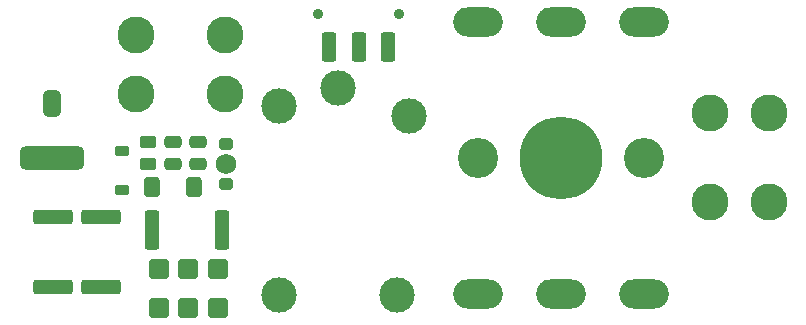
<source format=gbr>
%TF.GenerationSoftware,KiCad,Pcbnew,9.0.5*%
%TF.CreationDate,2025-11-29T21:51:22-08:00*%
%TF.ProjectId,TinyGawant,54696e79-4761-4776-916e-742e6b696361,rev?*%
%TF.SameCoordinates,Original*%
%TF.FileFunction,Soldermask,Top*%
%TF.FilePolarity,Negative*%
%FSLAX46Y46*%
G04 Gerber Fmt 4.6, Leading zero omitted, Abs format (unit mm)*
G04 Created by KiCad (PCBNEW 9.0.5) date 2025-11-29 21:51:22*
%MOMM*%
%LPD*%
G01*
G04 APERTURE LIST*
G04 Aperture macros list*
%AMRoundRect*
0 Rectangle with rounded corners*
0 $1 Rounding radius*
0 $2 $3 $4 $5 $6 $7 $8 $9 X,Y pos of 4 corners*
0 Add a 4 corners polygon primitive as box body*
4,1,4,$2,$3,$4,$5,$6,$7,$8,$9,$2,$3,0*
0 Add four circle primitives for the rounded corners*
1,1,$1+$1,$2,$3*
1,1,$1+$1,$4,$5*
1,1,$1+$1,$6,$7*
1,1,$1+$1,$8,$9*
0 Add four rect primitives between the rounded corners*
20,1,$1+$1,$2,$3,$4,$5,0*
20,1,$1+$1,$4,$5,$6,$7,0*
20,1,$1+$1,$6,$7,$8,$9,0*
20,1,$1+$1,$8,$9,$2,$3,0*%
%AMFreePoly0*
4,1,23,0.500000,-0.750000,0.000000,-0.750000,0.000000,-0.745722,-0.065263,-0.745722,-0.191342,-0.711940,-0.304381,-0.646677,-0.396677,-0.554381,-0.461940,-0.441342,-0.495722,-0.315263,-0.495722,-0.250000,-0.500000,-0.250000,-0.500000,0.250000,-0.495722,0.250000,-0.495722,0.315263,-0.461940,0.441342,-0.396677,0.554381,-0.304381,0.646677,-0.191342,0.711940,-0.065263,0.745722,0.000000,0.745722,
0.000000,0.750000,0.500000,0.750000,0.500000,-0.750000,0.500000,-0.750000,$1*%
%AMFreePoly1*
4,1,23,0.000000,0.745722,0.065263,0.745722,0.191342,0.711940,0.304381,0.646677,0.396677,0.554381,0.461940,0.441342,0.495722,0.315263,0.495722,0.250000,0.500000,0.250000,0.500000,-0.250000,0.495722,-0.250000,0.495722,-0.315263,0.461940,-0.441342,0.396677,-0.554381,0.304381,-0.646677,0.191342,-0.711940,0.065263,-0.745722,0.000000,-0.745722,0.000000,-0.750000,-0.500000,-0.750000,
-0.500000,0.750000,0.000000,0.750000,0.000000,0.745722,0.000000,0.745722,$1*%
G04 Aperture macros list end*
%ADD10C,3.129000*%
%ADD11RoundRect,0.250000X-1.425000X0.362500X-1.425000X-0.362500X1.425000X-0.362500X1.425000X0.362500X0*%
%ADD12RoundRect,0.500000X-2.250000X-0.500000X2.250000X-0.500000X2.250000X0.500000X-2.250000X0.500000X0*%
%ADD13RoundRect,0.250000X0.475000X-0.250000X0.475000X0.250000X-0.475000X0.250000X-0.475000X-0.250000X0*%
%ADD14C,3.000000*%
%ADD15C,0.900000*%
%ADD16RoundRect,0.250000X0.375000X1.000000X-0.375000X1.000000X-0.375000X-1.000000X0.375000X-1.000000X0*%
%ADD17C,3.400000*%
%ADD18C,7.000000*%
%ADD19O,4.200000X2.500000*%
%ADD20RoundRect,0.102000X-0.704000X-0.704000X0.704000X-0.704000X0.704000X0.704000X-0.704000X0.704000X0*%
%ADD21RoundRect,0.250000X-0.450000X0.262500X-0.450000X-0.262500X0.450000X-0.262500X0.450000X0.262500X0*%
%ADD22C,1.750000*%
%ADD23RoundRect,0.250000X-0.350000X0.250000X-0.350000X-0.250000X0.350000X-0.250000X0.350000X0.250000X0*%
%ADD24RoundRect,0.250000X0.362500X1.425000X-0.362500X1.425000X-0.362500X-1.425000X0.362500X-1.425000X0*%
%ADD25RoundRect,0.250000X1.425000X-0.362500X1.425000X0.362500X-1.425000X0.362500X-1.425000X-0.362500X0*%
%ADD26RoundRect,0.225000X-0.375000X0.225000X-0.375000X-0.225000X0.375000X-0.225000X0.375000X0.225000X0*%
%ADD27RoundRect,0.250000X-0.400000X-0.600000X0.400000X-0.600000X0.400000X0.600000X-0.400000X0.600000X0*%
%ADD28FreePoly0,270.000000*%
%ADD29FreePoly1,270.000000*%
G04 APERTURE END LIST*
%TO.C,JP1*%
G36*
X114161000Y-119738000D02*
G01*
X112661000Y-119738000D01*
X112661000Y-120038000D01*
X114161000Y-120038000D01*
X114161000Y-119738000D01*
G37*
%TD*%
D10*
%TO.C,J3*%
X128083000Y-119086000D03*
X120583000Y-119086000D03*
X128083000Y-114086000D03*
X120583000Y-114086000D03*
%TD*%
D11*
%TO.C,R1*%
X117602000Y-129498500D03*
X117602000Y-135423500D03*
%TD*%
D12*
%TO.C,J1*%
X113411000Y-124460000D03*
%TD*%
D13*
%TO.C,C3*%
X125840000Y-125010000D03*
X125840000Y-123110000D03*
%TD*%
D14*
%TO.C,T1*%
X132640000Y-136085000D03*
X142640000Y-136085000D03*
X137640000Y-118585000D03*
X143690000Y-120885000D03*
X132640000Y-120085000D03*
%TD*%
D15*
%TO.C,SW2*%
X142790000Y-112310000D03*
X135990000Y-112310000D03*
D16*
X141890000Y-115060000D03*
X139390000Y-115060000D03*
X136890000Y-115060000D03*
%TD*%
D17*
%TO.C,C1*%
X163540000Y-124460000D03*
D18*
X156540000Y-124460000D03*
D17*
X149540000Y-124460000D03*
D19*
X163540000Y-135960000D03*
X156540000Y-135960000D03*
X149540000Y-135960000D03*
X163540000Y-112960000D03*
X156540000Y-112960000D03*
X149540000Y-112960000D03*
%TD*%
D20*
%TO.C,SW1*%
X122468000Y-137159000D03*
X124968000Y-137159000D03*
X127468000Y-137159000D03*
X122468000Y-133859000D03*
X124968000Y-133859000D03*
X127468000Y-133859000D03*
%TD*%
D21*
%TO.C,R3*%
X121590000Y-123147500D03*
X121590000Y-124972500D03*
%TD*%
D22*
%TO.C,D2*%
X128140000Y-124960000D03*
D23*
X128140000Y-123260000D03*
X128140000Y-126660000D03*
%TD*%
D24*
%TO.C,R4*%
X127803500Y-130556000D03*
X121878500Y-130556000D03*
%TD*%
D25*
%TO.C,R2*%
X113538000Y-135423500D03*
X113538000Y-129498500D03*
%TD*%
D26*
%TO.C,D1*%
X119340000Y-123860000D03*
X119340000Y-127160000D03*
%TD*%
D27*
%TO.C,D3*%
X121940000Y-126960000D03*
X125440000Y-126960000D03*
%TD*%
D13*
%TO.C,C2*%
X123690000Y-125010000D03*
X123690000Y-123110000D03*
%TD*%
D28*
%TO.C,JP1*%
X113411000Y-119238000D03*
D29*
X113411000Y-120538000D03*
%TD*%
D10*
%TO.C,J2*%
X169140000Y-128210000D03*
X169140000Y-120710000D03*
X174140000Y-128210000D03*
X174140000Y-120710000D03*
%TD*%
M02*

</source>
